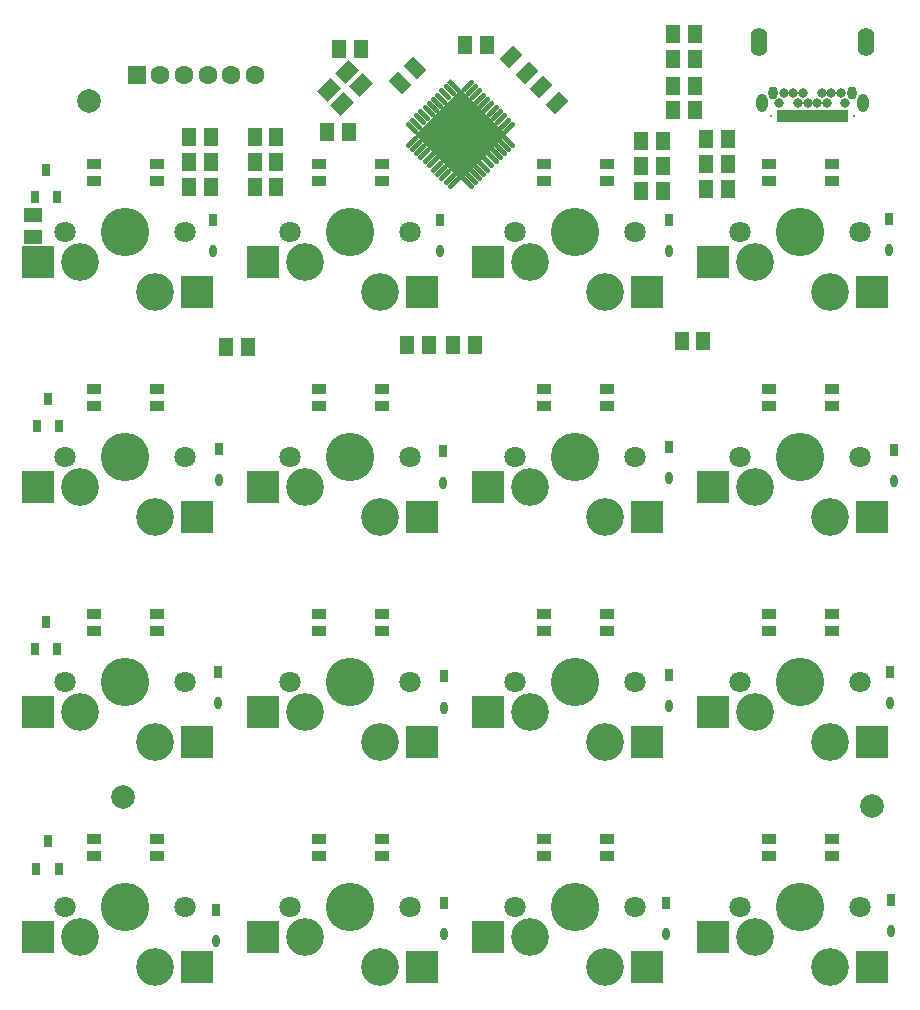
<source format=gts>
G04*
G04 #@! TF.GenerationSoftware,Altium Limited,Altium Designer,20.2.5 (213)*
G04*
G04 Layer_Color=8388736*
%FSLAX25Y25*%
%MOIN*%
G70*
G04*
G04 #@! TF.SameCoordinates,1507EDD1-6C34-405B-B7BF-0C5FC60213AE*
G04*
G04*
G04 #@! TF.FilePolarity,Negative*
G04*
G01*
G75*
%ADD28R,0.04540X0.03556*%
%ADD29R,0.10839X0.10642*%
%ADD30R,0.04540X0.06312*%
%ADD31R,0.01981X0.03950*%
%ADD32C,0.07874*%
G04:AMPARAMS|DCode=33|XSize=17.84mil|YSize=49.34mil|CornerRadius=0mil|HoleSize=0mil|Usage=FLASHONLY|Rotation=45.000|XOffset=0mil|YOffset=0mil|HoleType=Round|Shape=Rectangle|*
%AMROTATEDRECTD33*
4,1,4,0.01114,-0.02375,-0.02375,0.01114,-0.01114,0.02375,0.02375,-0.01114,0.01114,-0.02375,0.0*
%
%ADD33ROTATEDRECTD33*%

G04:AMPARAMS|DCode=34|XSize=17.84mil|YSize=49.34mil|CornerRadius=0mil|HoleSize=0mil|Usage=FLASHONLY|Rotation=45.000|XOffset=0mil|YOffset=0mil|HoleType=Round|Shape=Round|*
%AMOVALD34*
21,1,0.03150,0.01784,0.00000,0.00000,135.0*
1,1,0.01784,0.01114,-0.01114*
1,1,0.01784,-0.01114,0.01114*
%
%ADD34OVALD34*%

G04:AMPARAMS|DCode=35|XSize=17.84mil|YSize=49.34mil|CornerRadius=0mil|HoleSize=0mil|Usage=FLASHONLY|Rotation=315.000|XOffset=0mil|YOffset=0mil|HoleType=Round|Shape=Round|*
%AMOVALD35*
21,1,0.03150,0.01784,0.00000,0.00000,45.0*
1,1,0.01784,-0.01114,-0.01114*
1,1,0.01784,0.01114,0.01114*
%
%ADD35OVALD35*%

%ADD36P,0.30084X4X360.0*%
%ADD37R,0.02572X0.04147*%
%ADD38O,0.02572X0.04147*%
G04:AMPARAMS|DCode=39|XSize=63.12mil|YSize=45.4mil|CornerRadius=0mil|HoleSize=0mil|Usage=FLASHONLY|Rotation=45.000|XOffset=0mil|YOffset=0mil|HoleType=Round|Shape=Rectangle|*
%AMROTATEDRECTD39*
4,1,4,-0.00626,-0.03837,-0.03837,-0.00626,0.00626,0.03837,0.03837,0.00626,-0.00626,-0.03837,0.0*
%
%ADD39ROTATEDRECTD39*%

%ADD40R,0.03162X0.04343*%
G04:AMPARAMS|DCode=41|XSize=51.31mil|YSize=63.12mil|CornerRadius=0mil|HoleSize=0mil|Usage=FLASHONLY|Rotation=135.000|XOffset=0mil|YOffset=0mil|HoleType=Round|Shape=Rectangle|*
%AMROTATEDRECTD41*
4,1,4,0.04046,0.00418,-0.00418,-0.04046,-0.04046,-0.00418,0.00418,0.04046,0.04046,0.00418,0.0*
%
%ADD41ROTATEDRECTD41*%

G04:AMPARAMS|DCode=42|XSize=63.12mil|YSize=45.4mil|CornerRadius=0mil|HoleSize=0mil|Usage=FLASHONLY|Rotation=315.000|XOffset=0mil|YOffset=0mil|HoleType=Round|Shape=Rectangle|*
%AMROTATEDRECTD42*
4,1,4,-0.03837,0.00626,-0.00626,0.03837,0.03837,-0.00626,0.00626,-0.03837,-0.03837,0.00626,0.0*
%
%ADD42ROTATEDRECTD42*%

%ADD43R,0.06312X0.04540*%
%ADD44C,0.12598*%
%ADD45C,0.16142*%
%ADD46C,0.07087*%
%ADD47C,0.03162*%
%ADD48O,0.05524X0.09461*%
%ADD49O,0.03162X0.04343*%
%ADD50O,0.03753X0.06115*%
%ADD51C,0.00800*%
%ADD52C,0.06312*%
%ADD53R,0.06312X0.06312*%
%ADD54C,0.02769*%
D28*
X29370Y129095D02*
D03*
X50433D02*
D03*
Y135000D02*
D03*
X29370D02*
D03*
X104370D02*
D03*
X125433D02*
D03*
Y129095D02*
D03*
X104370D02*
D03*
X-45630Y135000D02*
D03*
X-24567D02*
D03*
Y129095D02*
D03*
X-45630D02*
D03*
X-120630Y135000D02*
D03*
X-99567D02*
D03*
Y129095D02*
D03*
X-120630D02*
D03*
X104370Y60000D02*
D03*
X125433D02*
D03*
Y54094D02*
D03*
X104370D02*
D03*
X29370Y60000D02*
D03*
X50433D02*
D03*
Y54094D02*
D03*
X29370D02*
D03*
X-45630Y60000D02*
D03*
X-24567D02*
D03*
Y54094D02*
D03*
X-45630D02*
D03*
X-120630Y60000D02*
D03*
X-99567D02*
D03*
Y54094D02*
D03*
X-120630D02*
D03*
X104370Y-15000D02*
D03*
X125433D02*
D03*
Y-20906D02*
D03*
X104370D02*
D03*
X29370Y-15000D02*
D03*
X50433D02*
D03*
Y-20906D02*
D03*
X29370D02*
D03*
X-45630Y-15000D02*
D03*
X-24567D02*
D03*
Y-20906D02*
D03*
X-45630D02*
D03*
X-120630Y-15000D02*
D03*
X-99567D02*
D03*
Y-20906D02*
D03*
X-120630D02*
D03*
X104370Y-90000D02*
D03*
X125433D02*
D03*
Y-95906D02*
D03*
X104370D02*
D03*
X29370Y-90000D02*
D03*
X50433D02*
D03*
Y-95906D02*
D03*
X29370D02*
D03*
X-45630Y-90000D02*
D03*
X-24567D02*
D03*
Y-95906D02*
D03*
X-45630D02*
D03*
X-120630Y-90000D02*
D03*
X-99567D02*
D03*
Y-95906D02*
D03*
X-120630D02*
D03*
D29*
X63878Y92165D02*
D03*
X10925Y102165D02*
D03*
X85925D02*
D03*
X138878Y92165D02*
D03*
X-64075Y102165D02*
D03*
X-11122Y92165D02*
D03*
X-139075Y102165D02*
D03*
X-86122Y92165D02*
D03*
X85925Y27165D02*
D03*
X138878Y17165D02*
D03*
X10925Y27165D02*
D03*
X63878Y17165D02*
D03*
X-64075Y27165D02*
D03*
X-11122Y17165D02*
D03*
X-139075Y27165D02*
D03*
X-86122Y17165D02*
D03*
X85925Y-47835D02*
D03*
X138878Y-57835D02*
D03*
X10925Y-47835D02*
D03*
X63878Y-57835D02*
D03*
X-64075Y-47835D02*
D03*
X-11122Y-57835D02*
D03*
X-139075Y-47835D02*
D03*
X-86122Y-57835D02*
D03*
X85925Y-122835D02*
D03*
X138878Y-132835D02*
D03*
X10925Y-122835D02*
D03*
X63878Y-132835D02*
D03*
X-64075Y-122835D02*
D03*
X-11122Y-132835D02*
D03*
X-139075Y-122835D02*
D03*
X-86122Y-132835D02*
D03*
D30*
X10630Y174409D02*
D03*
X3347D02*
D03*
X-81496Y143701D02*
D03*
X-88779D02*
D03*
X90945Y134843D02*
D03*
X83661Y134843D02*
D03*
X90945Y143110D02*
D03*
X83661Y143110D02*
D03*
X90945Y126575D02*
D03*
X83662D02*
D03*
X82677Y75787D02*
D03*
X75394Y75787D02*
D03*
X79724Y178248D02*
D03*
X72441D02*
D03*
X79724Y169685D02*
D03*
X72441D02*
D03*
X79724Y160959D02*
D03*
X72441Y160959D02*
D03*
X79724Y152691D02*
D03*
X72441Y152691D02*
D03*
X69095Y142520D02*
D03*
X61811Y142520D02*
D03*
X69095Y134252D02*
D03*
X61811Y134252D02*
D03*
X69095Y125984D02*
D03*
X61811D02*
D03*
X6496Y74606D02*
D03*
X-787D02*
D03*
X-8858D02*
D03*
X-16142D02*
D03*
X-31496Y173031D02*
D03*
X-38780D02*
D03*
X-35531Y145669D02*
D03*
X-42815D02*
D03*
X-59646Y143701D02*
D03*
X-66929Y143701D02*
D03*
X-59646Y135433D02*
D03*
X-66929Y135433D02*
D03*
X-59646Y127165D02*
D03*
X-66929Y127165D02*
D03*
X-69095Y74016D02*
D03*
X-76378Y74016D02*
D03*
X-81496Y135433D02*
D03*
X-88779Y135433D02*
D03*
X-81496Y127165D02*
D03*
X-88779Y127165D02*
D03*
D31*
X108169Y150787D02*
D03*
X110138D02*
D03*
X112106D02*
D03*
X114075D02*
D03*
X116043D02*
D03*
X118012D02*
D03*
X119980D02*
D03*
X121949D02*
D03*
X123917D02*
D03*
X125886D02*
D03*
X127854D02*
D03*
X129823D02*
D03*
D32*
X-110827Y-76083D02*
D03*
X138779Y-79232D02*
D03*
X-122047Y155807D02*
D03*
D33*
X-558Y160827D02*
D03*
D34*
X-1950Y159435D02*
D03*
X-3342Y158043D02*
D03*
X-4734Y156651D02*
D03*
X-6126Y155259D02*
D03*
X-7518Y153867D02*
D03*
X-8910Y152475D02*
D03*
X-10301Y151083D02*
D03*
X-11693Y149691D02*
D03*
X-13085Y148299D02*
D03*
X-14477Y146907D02*
D03*
X4036Y128394D02*
D03*
X5427Y129786D02*
D03*
X6819Y131178D02*
D03*
X8211Y132570D02*
D03*
X9603Y133962D02*
D03*
X10995Y135354D02*
D03*
X12387Y136746D02*
D03*
X13779Y138138D02*
D03*
X15171Y139530D02*
D03*
X16563Y140922D02*
D03*
X17955Y142314D02*
D03*
D35*
X-14477D02*
D03*
X-13085Y140922D02*
D03*
X-11693Y139530D02*
D03*
X-10301Y138138D02*
D03*
X-8910Y136746D02*
D03*
X-7518Y135354D02*
D03*
X-6126Y133962D02*
D03*
X-4734Y132570D02*
D03*
X-3342Y131178D02*
D03*
X-1950Y129786D02*
D03*
X-558Y128394D02*
D03*
X17955Y146907D02*
D03*
X16563Y148299D02*
D03*
X15171Y149691D02*
D03*
X13779Y151083D02*
D03*
X12387Y152475D02*
D03*
X10995Y153867D02*
D03*
X9603Y155259D02*
D03*
X8211Y156651D02*
D03*
X6819Y158043D02*
D03*
X5427Y159435D02*
D03*
X4036Y160827D02*
D03*
D36*
X1739Y144611D02*
D03*
D37*
X144390Y116634D02*
D03*
X71161Y116240D02*
D03*
X-5217D02*
D03*
X-80807D02*
D03*
X146358Y39665D02*
D03*
X71161Y40650D02*
D03*
X-4035Y39075D02*
D03*
X-78839Y39862D02*
D03*
X144783Y-34547D02*
D03*
X71161Y-35335D02*
D03*
X-3642Y-35925D02*
D03*
X-79232Y-34547D02*
D03*
X145177Y-110335D02*
D03*
X70177Y-111516D02*
D03*
X-3642D02*
D03*
X-79823Y-113878D02*
D03*
D38*
X144390Y106201D02*
D03*
X71161Y105807D02*
D03*
X-5217D02*
D03*
X-80807D02*
D03*
X146358Y29232D02*
D03*
X71161Y30217D02*
D03*
X-4035Y28642D02*
D03*
X-78839Y29429D02*
D03*
X144783Y-44980D02*
D03*
X71161Y-45768D02*
D03*
X-3642Y-46358D02*
D03*
X-79232Y-44980D02*
D03*
X145177Y-120768D02*
D03*
X70177Y-121949D02*
D03*
X-3642D02*
D03*
X-79823Y-124311D02*
D03*
D39*
X28626Y160449D02*
D03*
X33776Y155299D02*
D03*
X23737Y165338D02*
D03*
X18586Y170489D02*
D03*
D40*
X-135728Y56496D02*
D03*
X-139469Y47441D02*
D03*
X-131988D02*
D03*
X-135925Y-90945D02*
D03*
X-132185Y-100000D02*
D03*
X-139665Y-100000D02*
D03*
X-136516Y132874D02*
D03*
X-140256Y123819D02*
D03*
X-132776D02*
D03*
X-136516Y-17717D02*
D03*
X-140256Y-26772D02*
D03*
X-132776Y-26772D02*
D03*
D41*
X-31522Y161071D02*
D03*
X-35976Y165526D02*
D03*
X-42100Y159401D02*
D03*
X-37646Y154947D02*
D03*
D42*
X-13468Y166945D02*
D03*
X-18618Y161795D02*
D03*
D43*
X-140650Y117815D02*
D03*
X-140650Y110531D02*
D03*
D44*
X24902Y102165D02*
D03*
X49902Y92165D02*
D03*
X124902D02*
D03*
X99902Y102165D02*
D03*
X-25098Y92165D02*
D03*
X-50098Y102165D02*
D03*
X-100098Y92165D02*
D03*
X-125098Y102165D02*
D03*
X124902Y17165D02*
D03*
X99902Y27165D02*
D03*
X49902Y17165D02*
D03*
X24902Y27165D02*
D03*
X-25098Y17165D02*
D03*
X-50098Y27165D02*
D03*
X-100098Y17165D02*
D03*
X-125098Y27165D02*
D03*
X124902Y-57835D02*
D03*
X99902Y-47835D02*
D03*
X49902Y-57835D02*
D03*
X24902Y-47835D02*
D03*
X-25098Y-57835D02*
D03*
X-50098Y-47835D02*
D03*
X-100098Y-57835D02*
D03*
X-125098Y-47835D02*
D03*
X124902Y-132835D02*
D03*
X99902Y-122835D02*
D03*
X49902Y-132835D02*
D03*
X24902Y-122835D02*
D03*
X-25098Y-132835D02*
D03*
X-50098Y-122835D02*
D03*
X-100098Y-132835D02*
D03*
X-125098Y-122835D02*
D03*
D45*
X39902Y112165D02*
D03*
X114902D02*
D03*
X-35098D02*
D03*
X-110098D02*
D03*
X114902Y37165D02*
D03*
X39902D02*
D03*
X-35098D02*
D03*
X-110098D02*
D03*
X114902Y-37835D02*
D03*
X39902D02*
D03*
X-35098D02*
D03*
X-110098D02*
D03*
X114902Y-112835D02*
D03*
X39902D02*
D03*
X-35098D02*
D03*
X-110098D02*
D03*
D46*
X59902Y112165D02*
D03*
X19902D02*
D03*
X94902D02*
D03*
X134902D02*
D03*
X-55098D02*
D03*
X-15098D02*
D03*
X-130098D02*
D03*
X-90098D02*
D03*
X94902Y37165D02*
D03*
X134902D02*
D03*
X19902D02*
D03*
X59902D02*
D03*
X-55098D02*
D03*
X-15098D02*
D03*
X-130098D02*
D03*
X-90098D02*
D03*
X94902Y-37835D02*
D03*
X134902D02*
D03*
X19902D02*
D03*
X59902D02*
D03*
X-55098D02*
D03*
X-15098D02*
D03*
X-130098D02*
D03*
X-90098D02*
D03*
X94902Y-112835D02*
D03*
X134902D02*
D03*
X19902D02*
D03*
X59902D02*
D03*
X-55098D02*
D03*
X-15098D02*
D03*
X-130098D02*
D03*
X-90098D02*
D03*
D47*
X125295Y158661D02*
D03*
X107973Y155118D02*
D03*
X114272D02*
D03*
X117421D02*
D03*
X120571D02*
D03*
X123721D02*
D03*
X130020D02*
D03*
X109547Y158661D02*
D03*
X112697D02*
D03*
X115847D02*
D03*
X122146D02*
D03*
X128445D02*
D03*
D48*
X136713Y175591D02*
D03*
X101279D02*
D03*
D49*
X132185Y158661D02*
D03*
X105807D02*
D03*
D50*
X102087Y155118D02*
D03*
X135906D02*
D03*
D51*
X132776Y150984D02*
D03*
X105217D02*
D03*
D52*
X-74705Y164370D02*
D03*
X-82579D02*
D03*
X-66831D02*
D03*
X-98327D02*
D03*
X-90453D02*
D03*
D53*
X-106201D02*
D03*
D54*
X1739Y156860D02*
D03*
X4801Y153797D02*
D03*
X7863Y150735D02*
D03*
X10926Y147673D02*
D03*
X13988Y144611D02*
D03*
X-1323Y153797D02*
D03*
X1739Y150735D02*
D03*
X4801Y147673D02*
D03*
X7863Y144611D02*
D03*
X10926Y141548D02*
D03*
X-4386Y150735D02*
D03*
X-1323Y147673D02*
D03*
X1739Y144611D02*
D03*
X4801Y141548D02*
D03*
X7863Y138486D02*
D03*
X-7448Y147673D02*
D03*
X-4386Y144611D02*
D03*
X-1323Y141548D02*
D03*
X1739Y138486D02*
D03*
X4801Y135424D02*
D03*
X-10510Y144611D02*
D03*
X-7448Y141548D02*
D03*
X-4386Y138486D02*
D03*
X-1323Y135424D02*
D03*
X1739Y132361D02*
D03*
M02*

</source>
